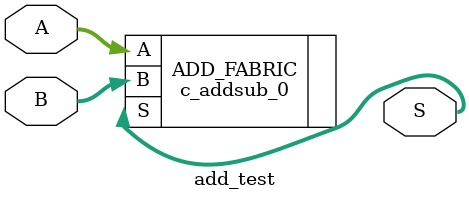
<source format=v>

module add_test(

	input	[15:0] A,
	input  	[15:0] B,
	output  [15:0] S
);



c_addsub_0 ADD_FABRIC(
  .A(A),  // input wire [15 : 0] A
  .B(B),  // input wire [15 : 0] B
  .S(S)  // output wire [15 : 0] S
);




endmodule
</source>
